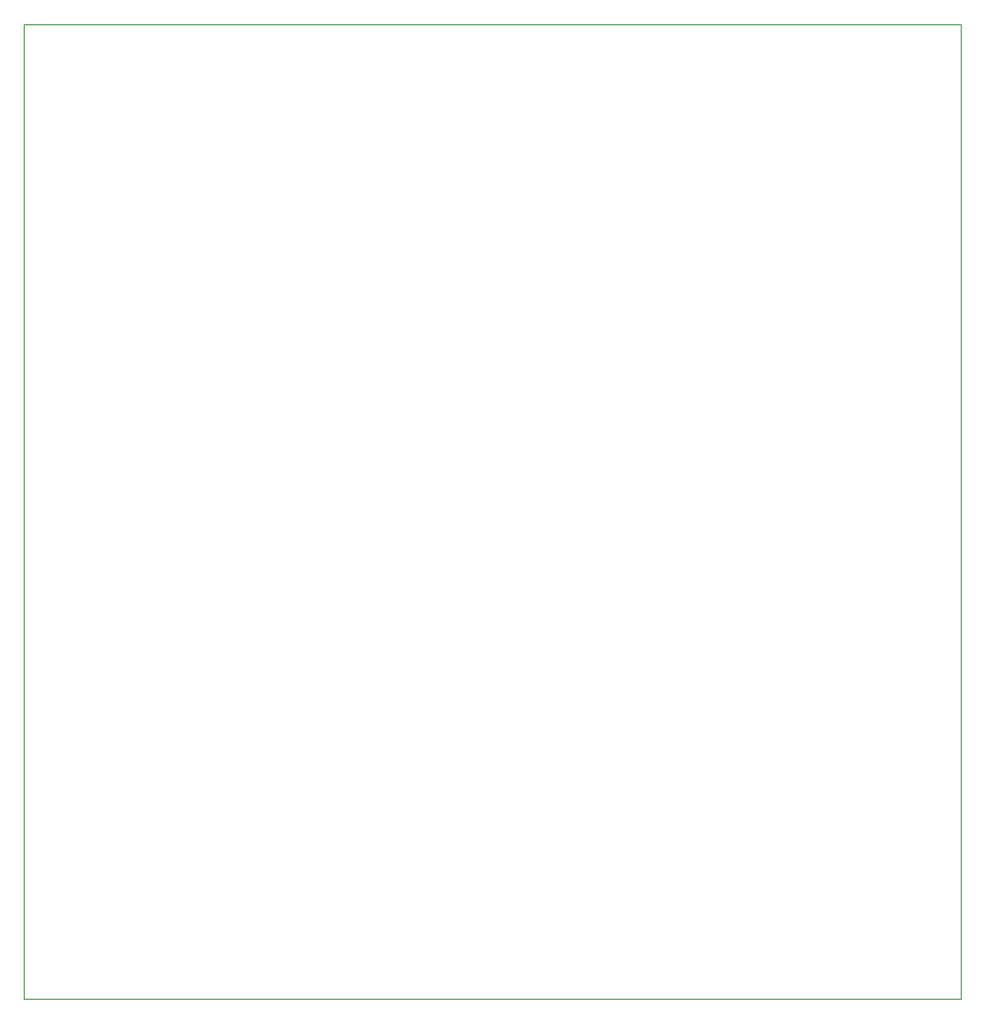
<source format=gm1>
G04 #@! TF.FileFunction,Profile,NP*
%FSLAX46Y46*%
G04 Gerber Fmt 4.6, Leading zero omitted, Abs format (unit mm)*
G04 Created by KiCad (PCBNEW 4.0.7-e2-6376~61~ubuntu18.04.1) date Tue Nov 15 11:44:20 2022*
%MOMM*%
%LPD*%
G01*
G04 APERTURE LIST*
%ADD10C,0.150000*%
%ADD11C,0.100000*%
%ADD12C,0.200000*%
G04 APERTURE END LIST*
D10*
D11*
X214520000Y-99480000D02*
X214520000Y-99470000D01*
D12*
X57390000Y-99480000D02*
X214520000Y-99480000D01*
X57390000Y-99480000D02*
X57390000Y-262740000D01*
X214520000Y-262730000D02*
X214520000Y-99480000D01*
X57390000Y-262740000D02*
X214520000Y-262740000D01*
M02*

</source>
